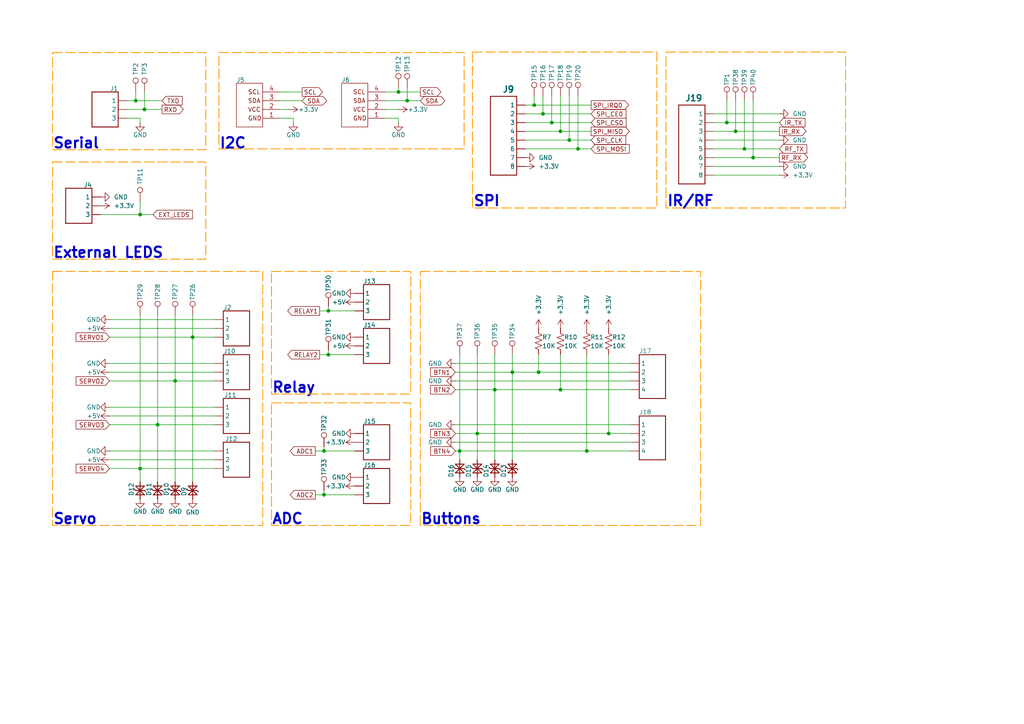
<source format=kicad_sch>
(kicad_sch (version 20250114) (generator "eeschema") (generator_version "9.0")
  (paper "A4")
  (title_block (title "Aquarius Client") (date "<<release-date>>") (rev "<<tag>>") (comment 1 "<<hash>>"))
  (rectangle (start 63.5 15.24) (end 134.62 43.18) (stroke (width 0.254) (type dash) (color 255 153 0 1)))
  (rectangle (start 78.74 116.84) (end 119.126 152.4) (stroke (width 0.254) (type dash) (color 255 153 0 1)))
  (rectangle (start 121.92 78.74) (end 203.2 152.4) (stroke (width 0.254) (type dash) (color 255 153 0 1)))
  (rectangle (start 15.24 46.99) (end 59.69 75.184) (stroke (width 0.254) (type dash) (color 255 153 0 1)))
  (rectangle (start 78.74 78.74) (end 119.126 114.3) (stroke (width 0.254) (type dash) (color 255 153 0 1)))
  (rectangle (start 193.167 15.113) (end 245.237 60.325) (stroke (width 0.254) (type dash) (color 255 153 0 1)))
  (rectangle (start 137.033 15.113) (end 190.5 60.325) (stroke (width 0.254) (type dash) (color 255 153 0 1)))
  (rectangle (start 15.24 15.24) (end 59.69 43.434) (stroke (width 0.254) (type dash) (color 255 153 0 1)))
  (rectangle (start 15.24 78.74) (end 76.2 152.4) (stroke (width 0.254) (type dash) (color 255 153 0 1)))
  (text "ADC" (at 78.74 152.4 0) (effects (font (size 3 3) (thickness 0.6) (bold yes)) (justify left bottom)))
  (text "Serial" (at 15.24 43.434 0) (effects (font (size 3 3) (thickness 0.6) (bold yes)) (justify left bottom)))
  (text "External LEDS" (exclude_from_sim yes) (at 15.24 75.184 0) (effects (font (size 3 3) (thickness 0.6) (bold yes)) (justify left bottom)))
  (text "Buttons\n" (at 121.92 152.4 0) (effects (font (size 3 3) (thickness 0.6) (bold yes)) (justify left bottom)))
  (text "Servo" (at 15.24 152.4 0) (effects (font (size 3 3) (thickness 0.6) (bold yes)) (justify left bottom)))
  (text "IR/RF" (exclude_from_sim yes) (at 193.294 60.198 0) (effects (font (size 3 3) (thickness 0.6) (bold yes)) (justify left bottom)))
  (text "Relay" (at 78.74 114.3 0) (effects (font (size 3 3) (thickness 0.6) (bold yes)) (justify left bottom)))
  (text "I2C\n" (at 63.5 43.434 0) (effects (font (size 3 3) (thickness 0.6) (bold yes)) (justify left bottom)))
  (text "SPI" (exclude_from_sim yes) (at 137.16 60.198 0) (effects (font (size 3 3) (thickness 0.6) (bold yes)) (justify left bottom)))
  (junction (at 210.82 35.56))
  (junction (at 148.59 107.95))
  (junction (at 156.21 107.95))
  (junction (at 165.1 40.64))
  (junction (at 55.88 97.79))
  (junction (at 154.94 30.48))
  (junction (at 218.44 45.72))
  (junction (at 41.91 31.75))
  (junction (at 118.11 29.21))
  (junction (at 93.98 130.81))
  (junction (at 160.02 35.56))
  (junction (at 50.8 110.49))
  (junction (at 45.72 123.19))
  (junction (at 157.48 33.02))
  (junction (at 213.36 38.1))
  (junction (at 162.56 113.03))
  (junction (at 167.64 43.18))
  (junction (at 215.9 43.18))
  (junction (at 133.35 130.81))
  (junction (at 95.25 90.17))
  (junction (at 40.64 62.23))
  (junction (at 143.51 113.03))
  (junction (at 115.57 26.67))
  (junction (at 162.56 38.1))
  (junction (at 39.37 29.21))
  (junction (at 95.25 102.87))
  (junction (at 138.43 125.73))
  (junction (at 176.53 125.73))
  (junction (at 93.98 143.51))
  (junction (at 40.64 135.89))
  (junction (at 170.18 130.81))
  (wire (pts (xy 148.59 107.95) (xy 148.59 133.35)))
  (wire (pts (xy 133.35 130.81) (xy 170.18 130.81)))
  (wire (pts (xy 182.88 105.41) (xy 132.08 105.41)))
  (wire (pts (xy 40.64 91.44) (xy 40.64 135.89)))
  (wire (pts (xy 50.8 110.49) (xy 62.23 110.49)))
  (wire (pts (xy 31.75 97.79) (xy 55.88 97.79)))
  (wire (pts (xy 95.25 101.6) (xy 95.25 102.87)))
  (wire (pts (xy 95.25 90.17) (xy 102.87 90.17)))
  (wire (pts (xy 148.59 107.95) (xy 156.21 107.95)))
  (wire (pts (xy 132.08 125.73) (xy 138.43 125.73)))
  (wire (pts (xy 111.76 29.21) (xy 118.11 29.21)))
  (wire (pts (xy 154.94 30.48) (xy 171.45 30.48)))
  (wire (pts (xy 40.64 35.56) (xy 40.64 34.29)))
  (wire (pts (xy 111.76 34.29) (xy 115.57 34.29)))
  (wire (pts (xy 41.91 31.75) (xy 46.99 31.75)))
  (wire (pts (xy 152.4 40.64) (xy 165.1 40.64)))
  (wire (pts (xy 36.83 29.21) (xy 39.37 29.21)))
  (wire (pts (xy 62.23 92.71) (xy 31.75 92.71)))
  (wire (pts (xy 182.88 110.49) (xy 132.08 110.49)))
  (wire (pts (xy 138.43 102.87) (xy 138.43 125.73)))
  (wire (pts (xy 31.75 123.19) (xy 45.72 123.19)))
  (wire (pts (xy 115.57 25.4) (xy 115.57 26.67)))
  (wire (pts (xy 160.02 27.94) (xy 160.02 35.56)))
  (wire (pts (xy 93.98 129.54) (xy 93.98 130.81)))
  (wire (pts (xy 160.02 35.56) (xy 171.45 35.56)))
  (wire (pts (xy 133.35 102.87) (xy 133.35 130.81)))
  (wire (pts (xy 170.18 130.81) (xy 182.88 130.81)))
  (wire (pts (xy 152.4 35.56) (xy 160.02 35.56)))
  (wire (pts (xy 62.23 105.41) (xy 31.75 105.41)))
  (wire (pts (xy 93.98 142.24) (xy 93.98 143.51)))
  (wire (pts (xy 92.71 90.17) (xy 95.25 90.17)))
  (wire (pts (xy 138.43 125.73) (xy 176.53 125.73)))
  (wire (pts (xy 210.82 29.21) (xy 210.82 35.56)))
  (wire (pts (xy 148.59 102.87) (xy 148.59 107.95)))
  (wire (pts (xy 111.76 31.75) (xy 115.57 31.75)))
  (wire (pts (xy 132.08 113.03) (xy 143.51 113.03)))
  (wire (pts (xy 62.23 107.95) (xy 31.75 107.95)))
  (wire (pts (xy 207.01 35.56) (xy 210.82 35.56)))
  (wire (pts (xy 162.56 102.87) (xy 162.56 113.03)))
  (wire (pts (xy 91.44 143.51) (xy 93.98 143.51)))
  (wire (pts (xy 213.36 38.1) (xy 226.06 38.1)))
  (wire (pts (xy 152.4 38.1) (xy 162.56 38.1)))
  (wire (pts (xy 92.71 102.87) (xy 95.25 102.87)))
  (wire (pts (xy 156.21 102.87) (xy 156.21 107.95)))
  (wire (pts (xy 115.57 34.29) (xy 115.57 35.56)))
  (wire (pts (xy 29.21 62.23) (xy 40.64 62.23)))
  (wire (pts (xy 132.08 107.95) (xy 148.59 107.95)))
  (wire (pts (xy 91.44 130.81) (xy 93.98 130.81)))
  (wire (pts (xy 170.18 102.87) (xy 170.18 130.81)))
  (wire (pts (xy 152.4 33.02) (xy 157.48 33.02)))
  (wire (pts (xy 182.88 123.19) (xy 132.08 123.19)))
  (wire (pts (xy 85.09 34.29) (xy 85.09 35.56)))
  (wire (pts (xy 39.37 29.21) (xy 46.99 29.21)))
  (wire (pts (xy 132.08 130.81) (xy 133.35 130.81)))
  (wire (pts (xy 40.64 135.89) (xy 40.64 139.7)))
  (wire (pts (xy 207.01 38.1) (xy 213.36 38.1)))
  (wire (pts (xy 215.9 43.18) (xy 226.06 43.18)))
  (wire (pts (xy 154.94 27.94) (xy 154.94 30.48)))
  (wire (pts (xy 207.01 50.8) (xy 226.06 50.8)))
  (wire (pts (xy 133.35 130.81) (xy 133.35 133.35)))
  (wire (pts (xy 167.64 27.94) (xy 167.64 43.18)))
  (wire (pts (xy 62.23 120.65) (xy 31.75 120.65)))
  (wire (pts (xy 45.72 123.19) (xy 62.23 123.19)))
  (wire (pts (xy 213.36 29.21) (xy 213.36 38.1)))
  (wire (pts (xy 118.11 25.4) (xy 118.11 29.21)))
  (wire (pts (xy 81.28 34.29) (xy 85.09 34.29)))
  (wire (pts (xy 50.8 110.49) (xy 50.8 139.7)))
  (wire (pts (xy 218.44 45.72) (xy 226.06 45.72)))
  (wire (pts (xy 40.64 135.89) (xy 62.23 135.89)))
  (wire (pts (xy 207.01 43.18) (xy 215.9 43.18)))
  (wire (pts (xy 40.64 34.29) (xy 36.83 34.29)))
  (wire (pts (xy 31.75 110.49) (xy 50.8 110.49)))
  (wire (pts (xy 176.53 125.73) (xy 182.88 125.73)))
  (wire (pts (xy 165.1 40.64) (xy 171.45 40.64)))
  (wire (pts (xy 207.01 45.72) (xy 218.44 45.72)))
  (wire (pts (xy 95.25 102.87) (xy 102.87 102.87)))
  (wire (pts (xy 81.28 26.67) (xy 87.63 26.67)))
  (wire (pts (xy 95.25 88.9) (xy 95.25 90.17)))
  (wire (pts (xy 143.51 113.03) (xy 162.56 113.03)))
  (wire (pts (xy 152.4 43.18) (xy 167.64 43.18)))
  (wire (pts (xy 41.91 26.67) (xy 41.91 31.75)))
  (wire (pts (xy 55.88 97.79) (xy 62.23 97.79)))
  (wire (pts (xy 81.28 29.21) (xy 87.63 29.21)))
  (wire (pts (xy 182.88 128.27) (xy 132.08 128.27)))
  (wire (pts (xy 62.23 118.11) (xy 31.75 118.11)))
  (wire (pts (xy 36.83 31.75) (xy 41.91 31.75)))
  (wire (pts (xy 218.44 29.21) (xy 218.44 45.72)))
  (wire (pts (xy 162.56 113.03) (xy 182.88 113.03)))
  (wire (pts (xy 152.4 30.48) (xy 154.94 30.48)))
  (wire (pts (xy 45.72 123.19) (xy 45.72 139.7)))
  (wire (pts (xy 143.51 102.87) (xy 143.51 113.03)))
  (wire (pts (xy 81.28 31.75) (xy 83.82 31.75)))
  (wire (pts (xy 62.23 133.35) (xy 31.75 133.35)))
  (wire (pts (xy 111.76 26.67) (xy 115.57 26.67)))
  (wire (pts (xy 55.88 97.79) (xy 55.88 139.7)))
  (wire (pts (xy 118.11 29.21) (xy 121.92 29.21)))
  (wire (pts (xy 31.75 135.89) (xy 40.64 135.89)))
  (wire (pts (xy 207.01 40.64) (xy 226.06 40.64)))
  (wire (pts (xy 45.72 91.44) (xy 45.72 123.19)))
  (wire (pts (xy 93.98 143.51) (xy 102.87 143.51)))
  (wire (pts (xy 39.37 26.67) (xy 39.37 29.21)))
  (wire (pts (xy 50.8 91.44) (xy 50.8 110.49)))
  (wire (pts (xy 215.9 29.21) (xy 215.9 43.18)))
  (wire (pts (xy 207.01 48.26) (xy 226.06 48.26)))
  (wire (pts (xy 176.53 102.87) (xy 176.53 125.73)))
  (wire (pts (xy 157.48 33.02) (xy 171.45 33.02)))
  (wire (pts (xy 210.82 35.56) (xy 226.06 35.56)))
  (wire (pts (xy 162.56 38.1) (xy 171.45 38.1)))
  (wire (pts (xy 93.98 130.81) (xy 102.87 130.81)))
  (wire (pts (xy 207.01 33.02) (xy 226.06 33.02)))
  (wire (pts (xy 156.21 107.95) (xy 182.88 107.95)))
  (wire (pts (xy 165.1 27.94) (xy 165.1 40.64)))
  (wire (pts (xy 40.64 58.42) (xy 40.64 62.23)))
  (wire (pts (xy 138.43 125.73) (xy 138.43 133.35)))
  (wire (pts (xy 62.23 130.81) (xy 31.75 130.81)))
  (wire (pts (xy 162.56 27.94) (xy 162.56 38.1)))
  (wire (pts (xy 143.51 113.03) (xy 143.51 133.35)))
  (wire (pts (xy 115.57 26.67) (xy 121.92 26.67)))
  (wire (pts (xy 167.64 43.18) (xy 171.45 43.18)))
  (wire (pts (xy 55.88 91.44) (xy 55.88 97.79)))
  (wire (pts (xy 157.48 27.94) (xy 157.48 33.02)))
  (wire (pts (xy 40.64 62.23) (xy 44.45 62.23)))
  (wire (pts (xy 62.23 95.25) (xy 31.75 95.25)))
  (global_label "SCL" (shape output) (at 87.63 26.67 0) (property "Intersheetrefs" "${INTERSHEET_REFS}" (at 94.1228 26.67 0) (effects (justify left))))
  (global_label "SDA" (shape bidirectional) (at 87.63 29.21 0) (property "Intersheetrefs" "${INTERSHEET_REFS}" (at 93.218 29.21 0) (effects (justify left))))
  (global_label "RXD" (shape output) (at 46.99 31.75 0) (property "Intersheetrefs" "${INTERSHEET_REFS}" (at 53.7247 31.75 0) (effects (justify left))))
  (global_label "EXT_LEDS" (shape input) (at 44.45 62.23 0) (property "Intersheetrefs" "${INTERSHEET_REFS}" (at 54.864 62.23 0) (effects (justify left))))
  (global_label "ADC2" (shape output) (at 91.44 143.51 180) (property "Intersheetrefs" "${INTERSHEET_REFS}" (at 83.6167 143.51 0) (effects (justify right))))
  (global_label "ADC1" (shape output) (at 91.44 130.81 180) (property "Intersheetrefs" "${INTERSHEET_REFS}" (at 83.6167 130.81 0) (effects (justify right))))
  (global_label "SPI_CE0" (shape input) (at 171.45 33.02 0) (property "Intersheetrefs" "${INTERSHEET_REFS}" (at 182.1156 33.02 0) (effects (justify left))))
  (global_label "SPI_MISO" (shape output) (at 171.45 38.1 0) (property "Intersheetrefs" "${INTERSHEET_REFS}" (at 183.0833 38.1 0) (effects (justify left))))
  (global_label "IR_RX" (shape output) (at 226.06 38.1 0) (property "Intersheetrefs" "${INTERSHEET_REFS}" (at 234.95 38.1 0) (effects (justify left))))
  (global_label "SERVO3" (shape input) (at 31.75 123.19 180) (property "Intersheetrefs" "${INTERSHEET_REFS}" (at 21.5077 123.19 0) (effects (justify right))))
  (global_label "SPI_CS0" (shape input) (at 171.45 35.56 0) (property "Intersheetrefs" "${INTERSHEET_REFS}" (at 182.1761 35.56 0) (effects (justify left))))
  (global_label "BTN2" (shape input) (at 132.08 113.03 180) (property "Intersheetrefs" "${INTERSHEET_REFS}" (at 125.984 113.03 0) (effects (justify right))))
  (global_label "TXD" (shape input) (at 46.99 29.21 0) (property "Intersheetrefs" "${INTERSHEET_REFS}" (at 53.4223 29.21 0) (effects (justify left))))
  (global_label "RELAY1" (shape output) (at 92.71 90.17 180) (property "Intersheetrefs" "${INTERSHEET_REFS}" (at 82.891 90.17 0) (effects (justify right))))
  (global_label "SPI_IRQ0" (shape output) (at 171.45 30.48 0) (property "Intersheetrefs" "${INTERSHEET_REFS}" (at 182.9019 30.48 0) (effects (justify left))))
  (global_label "IR_TX" (shape input) (at 226.06 35.56 0) (property "Intersheetrefs" "${INTERSHEET_REFS}" (at 234.0647 35.56 0) (effects (justify left))))
  (global_label "RELAY2" (shape output) (at 92.71 102.87 180) (property "Intersheetrefs" "${INTERSHEET_REFS}" (at 82.891 102.87 0) (effects (justify right))))
  (global_label "SERVO1" (shape input) (at 31.75 97.79 180) (property "Intersheetrefs" "${INTERSHEET_REFS}" (at 21.5077 97.79 0) (effects (justify right))))
  (global_label "SCL" (shape output) (at 121.92 26.67 0) (property "Intersheetrefs" "${INTERSHEET_REFS}" (at 128.4128 26.67 0) (effects (justify left))))
  (global_label "SERVO4" (shape input) (at 31.75 135.89 180) (property "Intersheetrefs" "${INTERSHEET_REFS}" (at 21.5077 135.89 0) (effects (justify right))))
  (global_label "SPI_CLK" (shape input) (at 171.45 40.64 0) (property "Intersheetrefs" "${INTERSHEET_REFS}" (at 182.0552 40.64 0) (effects (justify left))))
  (global_label "RF_TX" (shape input) (at 226.06 43.18 0) (property "Intersheetrefs" "${INTERSHEET_REFS}" (at 233.934 43.18 0) (effects (justify left))))
  (global_label "SERVO2" (shape input) (at 31.75 110.49 180) (property "Intersheetrefs" "${INTERSHEET_REFS}" (at 21.5077 110.49 0) (effects (justify right))))
  (global_label "SDA" (shape bidirectional) (at 121.92 29.21 0) (property "Intersheetrefs" "${INTERSHEET_REFS}" (at 127.508 29.21 0) (effects (justify left))))
  (global_label "BTN4" (shape input) (at 132.08 130.81 180) (property "Intersheetrefs" "${INTERSHEET_REFS}" (at 125.984 130.81 0) (effects (justify right))))
  (global_label "BTN1" (shape input) (at 132.08 107.95 180) (property "Intersheetrefs" "${INTERSHEET_REFS}" (at 125.984 107.95 0) (effects (justify right))))
  (global_label "SPI_MOSI" (shape input) (at 171.45 43.18 0) (property "Intersheetrefs" "${INTERSHEET_REFS}" (at 182.118 43.18 0) (effects (justify left))))
  (global_label "RF_RX" (shape output) (at 226.06 45.72 0) (property "Intersheetrefs" "${INTERSHEET_REFS}" (at 234.8509 45.72 0) (effects (justify left))))
  (global_label "BTN3" (shape input) (at 132.08 125.73 180) (property "Intersheetrefs" "${INTERSHEET_REFS}" (at 125.984 125.73 0) (effects (justify right))))
  (symbol (lib_id "Connector:TestPoint") (at 50.8 91.44 0) (unit 1) (in_bom no)
    (property "Reference" "TP27" (at 50.8 87.122 90) (effects (justify left)))
    (property "Footprint" "CRGM Mechanical:TestPoint_Pad_D1.0mm" (effects (hide yes)))
    (property "Description" "test point" (effects (hide yes)))
  )
  (symbol (lib_id "Connector:TestPoint") (at 93.98 142.24 0) (unit 1) (in_bom no)
    (property "Reference" "TP33" (at 93.98 137.922 90) (effects (justify left)))
    (property "Footprint" "CRGM Mechanical:TestPoint_Pad_D1.0mm" (effects (hide yes)))
    (property "Description" "test point" (effects (hide yes)))
  )
  (symbol (lib_id "Connector:TestPoint") (at 55.88 91.44 0) (unit 1) (in_bom no)
    (property "Reference" "TP26" (at 55.88 87.122 90) (effects (justify left)))
    (property "Footprint" "CRGM Mechanical:TestPoint_Pad_D1.0mm" (effects (hide yes)))
    (property "Description" "test point" (effects (hide yes)))
  )
  (symbol (lib_id "power:GND") (at 102.87 138.43 270) (unit 1)
    (property "Reference" "#PWR093" (effects (hide yes)))
    (property "Value" "GND" (at 100.33 138.43 90) (effects (justify right)))
    (property "Description" "Power symbol creates a global label with name \"GND\" , ground" (effects (hide yes)))
  )
  (symbol (lib_id "Connector:TestPoint") (at 154.94 27.94 0) (unit 1) (in_bom no)
    (property "Reference" "TP15" (at 154.94 23.622 90) (effects (justify left)))
    (property "Footprint" "CRGM Mechanical:TestPoint_Pad_D1.0mm" (effects (hide yes)))
    (property "Description" "test point" (effects (hide yes)))
  )
  (symbol (lib_id "Connector:TestPoint") (at 143.51 102.87 0) (unit 1) (in_bom no)
    (property "Reference" "TP35" (at 143.51 98.552 90) (effects (justify left)))
    (property "Footprint" "CRGM Mechanical:TestPoint_Pad_D1.0mm" (effects (hide yes)))
    (property "Description" "test point" (effects (hide yes)))
  )
  (symbol (lib_id "power:GND") (at 31.75 105.41 270) (unit 1)
    (property "Reference" "#PWR081" (effects (hide yes)))
    (property "Value" "GND" (at 29.21 105.41 90) (effects (justify right)))
    (property "Description" "Power symbol creates a global label with name \"GND\" , ground" (effects (hide yes)))
  )
  (symbol (lib_id "power:GND") (at 115.57 35.56 0) (unit 1)
    (property "Reference" "#PWR049" (effects (hide yes)))
    (property "Value" "GND" (at 115.57 39.116 0))
    (property "Description" "Power symbol creates a global label with name \"GND\" , ground" (effects (hide yes)))
  )
  (symbol (lib_id "CRGM Connector:JST-SH-8") (at 204.47 30.48 0) (mirror y) (unit 1)
    (property "Reference" "J19" (at 203.962 28.448 0) (effects (font (size 1.778 1.778) (thickness 0.3556) (bold yes)) (justify left)))
    (property "Footprint" "CRGM Connector:JST_SH_BM08B-SRSS-TB_1x08-1MP_P1.00mm_Vertical" (effects (hide yes)))
    (property "Datasheet" "https://www.jst-mfg.com/product/pdf/eng/eSH.pdf" (effects (hide yes)))
    (property "Description" "8 position, 1mm connector" (effects (hide yes)))
    (property "MN" "JST" (effects (hide yes)))
    (property "MPN" "BM08B-SRSS-TB(LF)(SN)" (effects (hide yes)))
    (property "LCSC" "C2845376" (effects (hide yes)))
    (property "Mouser" "306-BM08BSRSSTBLFSN" (effects (hide yes)))
    (property "Digikey" "455-BM08B-SRSS-TBTR-ND" (effects (hide yes)))
  )
  (symbol (lib_id "Connector:TestPoint") (at 118.11 25.4 0) (unit 1) (in_bom no)
    (property "Reference" "TP13" (at 118.11 21.082 90) (effects (justify left)))
    (property "Footprint" "CRGM Mechanical:TestPoint_Pad_D1.0mm" (effects (hide yes)))
    (property "Description" "test point" (effects (hide yes)))
  )
  (symbol (lib_id "CRGM Connector:JST-SH-3") (at 105.41 138.43 0) (unit 1)
    (property "Reference" "J16" (at 105.41 135.636 0) (effects (font (thickness 0.1588)) (justify left bottom)))
    (property "Footprint" "CRGM Connector:JST_SH_BM03B-SRSS-TB_1x03-1MP_P1.00mm_Vertical" (effects (hide yes)))
    (property "Datasheet" "https://www.jst-mfg.com/product/pdf/eng/eSH.pdf" (effects (hide yes)))
    (property "Description" "JST SH 1.0mm 3 Position" (effects (hide yes)))
    (property "LCSC" "C2919601" (effects (hide yes)))
    (property "MN" "JST" (effects (hide yes)))
    (property "MPN" "BM04B-SRSS-TB" (effects (hide yes)))
    (property "Mouser" "306-BM04BSRSSTBTLFSN" (effects (hide yes)))
    (property "Digikey" "455-BM04B-SRSS-TBTR-ND" (effects (hide yes)))
  )
  (symbol (lib_id "CRGM Passive:PESD5V0S1BB") (at 148.59 135.89 90) (unit 1)
    (property "Reference" "D13" (at 146.05 134.62 0) (effects (font (thickness 0.1588)) (justify right)))
    (property "Value" "PESD5V0S1BB" (effects (hide yes)))
    (property "Footprint" "CRGM Passive:D_SOD-523" (effects (hide yes)))
    (property "Datasheet" "https://assets.nexperia.com/documents/data-sheet/PESD5V0S1BB.pdf" (effects (hide yes)))
    (property "Description" "5A 15V 6V Bidirectional 5V SOD-523 ESD and Surge Protection" (effects (hide yes)))
    (property "LCSC" "C314264" (effects (hide yes)))
    (property "Mouser" "771-PESD5V0S1BB-T/R" (effects (hide yes)))
    (property "Digikey" "1727-3838-2-ND" (effects (hide yes)))
    (property "MN" "Nexperia" (effects (hide yes)))
    (property "MPN" "PESD5V0S1BB,115" (effects (hide yes)))
  )
  (symbol (lib_id "Device:R_US") (at 176.53 99.06 0) (unit 1)
    (property "Reference" "R12" (at 177.546 97.79 0) (effects (justify left)))
    (property "Value" "10K" (at 177.546 100.33 0) (effects (justify left)))
    (property "Footprint" "CRGM Passive:R_0603_1608Metric" (effects (hide yes)))
    (property "Description" "Thick Film Resistors - SMD 1/10Watt 10Kohms 5%" (effects (hide yes)))
    (property "LCSC" "C2930027" (effects (hide yes)))
    (property "MN" "FOJAN" (effects (hide yes)))
    (property "MPN" "FRC0603J103TS" (effects (hide yes)))
    (property "Digikey" "CR0603-JW-103ELFTR-ND" (effects (hide yes)))
    (property "Mouser" "652-CR0603-JW-103ELF" (effects (hide yes)))
  )
  (symbol (lib_id "power:+5V") (at 102.87 100.33 90) (unit 1)
    (property "Reference" "#PWR090" (effects (hide yes)))
    (property "Value" "+5V" (at 100.33 100.33 90) (effects (justify left)))
    (property "Description" "Power symbol creates a global label with name \"+5V\"" (effects (hide yes)))
  )
  (symbol (lib_id "power:GND") (at 138.43 138.43 0) (unit 1)
    (property "Reference" "#PWR0120" (effects (hide yes)))
    (property "Value" "GND" (at 138.43 141.986 0))
    (property "Description" "Power symbol creates a global label with name \"GND\" , ground" (effects (hide yes)))
  )
  (symbol (lib_id "power:+5V") (at 31.75 133.35 90) (unit 1)
    (property "Reference" "#PWR086" (effects (hide yes)))
    (property "Value" "+5V" (at 29.21 133.35 90) (effects (justify left)))
    (property "Description" "Power symbol creates a global label with name \"+5V\"" (effects (hide yes)))
  )
  (symbol (lib_id "power:GND") (at 85.09 35.56 0) (unit 1)
    (property "Reference" "#PWR045" (effects (hide yes)))
    (property "Value" "GND" (at 85.09 39.116 0))
    (property "Description" "Power symbol creates a global label with name \"GND\" , ground" (effects (hide yes)))
  )
  (symbol (lib_id "Connector:TestPoint") (at 165.1 27.94 0) (unit 1) (in_bom no)
    (property "Reference" "TP19" (at 165.1 23.622 90) (effects (justify left)))
    (property "Footprint" "CRGM Mechanical:TestPoint_Pad_D1.0mm" (effects (hide yes)))
    (property "Description" "test point" (effects (hide yes)))
  )
  (symbol (lib_id "power:+3.3V") (at 162.56 95.25 0) (unit 1)
    (property "Reference" "#PWR0123" (effects (hide yes)))
    (property "Value" "+3.3V" (at 162.5601 91.44 90) (effects (justify left)))
    (property "Description" "Power symbol creates a global label with name \"+3.3V\"" (effects (hide yes)))
  )
  (symbol (lib_id "power:GND") (at 133.35 138.43 0) (unit 1)
    (property "Reference" "#PWR0121" (effects (hide yes)))
    (property "Value" "GND" (at 133.35 141.986 0))
    (property "Description" "Power symbol creates a global label with name \"GND\" , ground" (effects (hide yes)))
  )
  (symbol (lib_id "power:GND") (at 29.21 57.15 90) (unit 1)
    (property "Reference" "#PWR029" (effects (hide yes)))
    (property "Value" "GND" (at 33.02 57.1499 90) (effects (justify right)))
    (property "Description" "Power symbol creates a global label with name \"GND\" , ground" (effects (hide yes)))
  )
  (symbol (lib_id "power:+3.3V") (at 83.82 31.75 270) (unit 1)
    (property "Reference" "#PWR041" (effects (hide yes)))
    (property "Value" "+3.3V" (at 89.408 31.75 90))
    (property "Description" "Power symbol creates a global label with name \"+3.3V\"" (effects (hide yes)))
  )
  (symbol (lib_id "power:GND") (at 102.87 125.73 270) (unit 1)
    (property "Reference" "#PWR091" (effects (hide yes)))
    (property "Value" "GND" (at 100.33 125.73 90) (effects (justify right)))
    (property "Description" "Power symbol creates a global label with name \"GND\" , ground" (effects (hide yes)))
  )
  (symbol (lib_id "CRGM Connector:JST-SH-3") (at 64.77 130.81 0) (unit 1)
    (property "Reference" "J12" (at 65.278 128.016 0) (effects (font (thickness 0.1588)) (justify left bottom)))
    (property "Footprint" "CRGM Connector:JST_SH_BM03B-SRSS-TB_1x03-1MP_P1.00mm_Vertical" (effects (hide yes)))
    (property "Datasheet" "https://www.jst-mfg.com/product/pdf/eng/eSH.pdf" (effects (hide yes)))
    (property "Description" "JST SH 1.0mm 3 Position" (effects (hide yes)))
    (property "LCSC" "C2919601" (effects (hide yes)))
    (property "MN" "JST" (effects (hide yes)))
    (property "MPN" "BM04B-SRSS-TB" (effects (hide yes)))
    (property "Mouser" "306-BM04BSRSSTBTLFSN" (effects (hide yes)))
    (property "Digikey" "455-BM04B-SRSS-TBTR-ND" (effects (hide yes)))
  )
  (symbol (lib_id "power:GND") (at 102.87 85.09 270) (unit 1)
    (property "Reference" "#PWR087" (effects (hide yes)))
    (property "Value" "GND" (at 100.33 85.09 90) (effects (justify right)))
    (property "Description" "Power symbol creates a global label with name \"GND\" , ground" (effects (hide yes)))
  )
  (symbol (lib_id "power:GND") (at 55.88 144.78 0) (unit 1)
    (property "Reference" "#PWR027" (effects (hide yes)))
    (property "Value" "GND" (at 55.88 148.59 0))
    (property "Description" "Power symbol creates a global label with name \"GND\" , ground" (effects (hide yes)))
  )
  (symbol (lib_id "power:GND") (at 40.64 144.78 0) (unit 1)
    (property "Reference" "#PWR078" (effects (hide yes)))
    (property "Value" "GND" (at 40.64 148.336 0))
    (property "Description" "Power symbol creates a global label with name \"GND\" , ground" (effects (hide yes)))
  )
  (symbol (lib_id "Device:R_US") (at 170.18 99.06 0) (unit 1)
    (property "Reference" "R11" (at 171.196 97.79 0) (effects (justify left)))
    (property "Value" "10K" (at 171.196 100.33 0) (effects (justify left)))
    (property "Footprint" "CRGM Passive:R_0603_1608Metric" (effects (hide yes)))
    (property "Description" "Thick Film Resistors - SMD 1/10Watt 10Kohms 5%" (effects (hide yes)))
    (property "LCSC" "C2930027" (effects (hide yes)))
    (property "MN" "FOJAN" (effects (hide yes)))
    (property "MPN" "FRC0603J103TS" (effects (hide yes)))
    (property "Digikey" "CR0603-JW-103ELFTR-ND" (effects (hide yes)))
    (property "Mouser" "652-CR0603-JW-103ELF" (effects (hide yes)))
  )
  (symbol (lib_id "CRGM Connector:JST-SH-3") (at 64.77 118.11 0) (unit 1)
    (property "Reference" "J11" (at 65.024 115.316 0) (effects (font (thickness 0.1588)) (justify left bottom)))
    (property "Footprint" "CRGM Connector:JST_SH_BM03B-SRSS-TB_1x03-1MP_P1.00mm_Vertical" (effects (hide yes)))
    (property "Datasheet" "https://www.jst-mfg.com/product/pdf/eng/eSH.pdf" (effects (hide yes)))
    (property "Description" "JST SH 1.0mm 3 Position" (effects (hide yes)))
    (property "LCSC" "C2919601" (effects (hide yes)))
    (property "MN" "JST" (effects (hide yes)))
    (property "MPN" "BM04B-SRSS-TB" (effects (hide yes)))
    (property "Mouser" "306-BM04BSRSSTBTLFSN" (effects (hide yes)))
    (property "Digikey" "455-BM04B-SRSS-TBTR-ND" (effects (hide yes)))
  )
  (symbol (lib_id "power:+3.3V") (at 176.53 95.25 0) (unit 1)
    (property "Reference" "#PWR0125" (effects (hide yes)))
    (property "Value" "+3.3V" (at 176.5301 91.44 90) (effects (justify left)))
    (property "Description" "Power symbol creates a global label with name \"+3.3V\"" (effects (hide yes)))
  )
  (symbol (lib_id "power:+5V") (at 102.87 87.63 90) (unit 1)
    (property "Reference" "#PWR088" (effects (hide yes)))
    (property "Value" "+5V" (at 100.33 87.63 90) (effects (justify left)))
    (property "Description" "Power symbol creates a global label with name \"+5V\"" (effects (hide yes)))
  )
  (symbol (lib_id "power:GND") (at 40.64 35.56 0) (unit 1)
    (property "Reference" "#PWR028" (effects (hide yes)))
    (property "Value" "GND" (at 40.64 39.116 0))
    (property "Description" "Power symbol creates a global label with name \"GND\" , ground" (effects (hide yes)))
  )
  (symbol (lib_id "Connector:TestPoint") (at 167.64 27.94 0) (unit 1) (in_bom no)
    (property "Reference" "TP20" (at 167.64 23.622 90) (effects (justify left)))
    (property "Footprint" "CRGM Mechanical:TestPoint_Pad_D1.0mm" (effects (hide yes)))
    (property "Description" "test point" (effects (hide yes)))
  )
  (symbol (lib_id "power:GND") (at 50.8 144.78 0) (unit 1)
    (property "Reference" "#PWR052" (effects (hide yes)))
    (property "Value" "GND" (at 50.8 148.336 0))
    (property "Description" "Power symbol creates a global label with name \"GND\" , ground" (effects (hide yes)))
  )
  (symbol (lib_id "Connector:TestPoint") (at 210.82 29.21 0) (unit 1) (in_bom no)
    (property "Reference" "TP1" (at 210.82 24.892 90) (effects (justify left)))
    (property "Footprint" "CRGM Mechanical:TestPoint_Pad_D1.0mm" (effects (hide yes)))
    (property "Description" "test point" (effects (hide yes)))
  )
  (symbol (lib_id "CRGM Connector:JST-SH-3") (at 26.67 57.15 0) (mirror y) (unit 1)
    (property "Reference" "J4" (at 26.67 54.356 0) (effects (font (thickness 0.1588)) (justify left bottom)))
    (property "Footprint" "CRGM Connector:JST_SH_BM03B-SRSS-TB_1x03-1MP_P1.00mm_Vertical" (effects (hide yes)))
    (property "Datasheet" "https://www.jst-mfg.com/product/pdf/eng/eSH.pdf" (effects (hide yes)))
    (property "Description" "JST SH 1.0mm 3 Position" (effects (hide yes)))
    (property "LCSC" "C2919601" (effects (hide yes)))
    (property "MN" "JST" (effects (hide yes)))
    (property "MPN" "BM04B-SRSS-TB" (effects (hide yes)))
    (property "Mouser" "306-BM04BSRSSTBTLFSN" (effects (hide yes)))
    (property "Digikey" "455-BM04B-SRSS-TBTR-ND" (effects (hide yes)))
  )
  (symbol (lib_id "CRGM Connector:JST-SH-3") (at 64.77 92.71 0) (unit 1)
    (property "Reference" "J2" (at 64.77 89.916 0) (effects (font (thickness 0.1588)) (justify left bottom)))
    (property "Footprint" "CRGM Connector:JST_SH_BM03B-SRSS-TB_1x03-1MP_P1.00mm_Vertical" (effects (hide yes)))
    (property "Datasheet" "https://www.jst-mfg.com/product/pdf/eng/eSH.pdf" (effects (hide yes)))
    (property "Description" "JST SH 1.0mm 3 Position" (effects (hide yes)))
    (property "LCSC" "C2919601" (effects (hide yes)))
    (property "MN" "JST" (effects (hide yes)))
    (property "MPN" "BM04B-SRSS-TB" (effects (hide yes)))
    (property "Mouser" "306-BM04BSRSSTBTLFSN" (effects (hide yes)))
    (property "Digikey" "455-BM04B-SRSS-TBTR-ND" (effects (hide yes)))
  )
  (symbol (lib_id "power:+5V") (at 31.75 95.25 90) (unit 1)
    (property "Reference" "#PWR080" (effects (hide yes)))
    (property "Value" "+5V" (at 29.21 95.25 90) (effects (justify left)))
    (property "Description" "Power symbol creates a global label with name \"+5V\"" (effects (hide yes)))
  )
  (symbol (lib_id "CRGM Connector:JST-SH-3") (at 64.77 105.41 0) (unit 1)
    (property "Reference" "J10" (at 64.77 102.616 0) (effects (font (thickness 0.1588)) (justify left bottom)))
    (property "Footprint" "CRGM Connector:JST_SH_BM03B-SRSS-TB_1x03-1MP_P1.00mm_Vertical" (effects (hide yes)))
    (property "Datasheet" "https://www.jst-mfg.com/product/pdf/eng/eSH.pdf" (effects (hide yes)))
    (property "Description" "JST SH 1.0mm 3 Position" (effects (hide yes)))
    (property "LCSC" "C2919601" (effects (hide yes)))
    (property "MN" "JST" (effects (hide yes)))
    (property "MPN" "BM04B-SRSS-TB" (effects (hide yes)))
    (property "Mouser" "306-BM04BSRSSTBTLFSN" (effects (hide yes)))
    (property "Digikey" "455-BM04B-SRSS-TBTR-ND" (effects (hide yes)))
  )
  (symbol (lib_id "CRGM Connector:JST-SH-3") (at 105.41 125.73 0) (unit 1)
    (property "Reference" "J15" (at 105.41 122.936 0) (effects (font (thickness 0.1588)) (justify left bottom)))
    (property "Footprint" "CRGM Connector:JST_SH_BM03B-SRSS-TB_1x03-1MP_P1.00mm_Vertical" (effects (hide yes)))
    (property "Datasheet" "https://www.jst-mfg.com/product/pdf/eng/eSH.pdf" (effects (hide yes)))
    (property "Description" "JST SH 1.0mm 3 Position" (effects (hide yes)))
    (property "LCSC" "C2919601" (effects (hide yes)))
    (property "MN" "JST" (effects (hide yes)))
    (property "MPN" "BM04B-SRSS-TB" (effects (hide yes)))
    (property "Mouser" "306-BM04BSRSSTBTLFSN" (effects (hide yes)))
    (property "Digikey" "455-BM04B-SRSS-TBTR-ND" (effects (hide yes)))
  )
  (symbol (lib_id "CRGM Passive:PESD5V0S1BB") (at 138.43 135.89 90) (unit 1)
    (property "Reference" "D15" (at 135.89 134.62 0) (effects (font (thickness 0.1588)) (justify right)))
    (property "Value" "PESD5V0S1BB" (effects (hide yes)))
    (property "Footprint" "CRGM Passive:D_SOD-523" (effects (hide yes)))
    (property "Datasheet" "https://assets.nexperia.com/documents/data-sheet/PESD5V0S1BB.pdf" (effects (hide yes)))
    (property "Description" "5A 15V 6V Bidirectional 5V SOD-523 ESD and Surge Protection" (effects (hide yes)))
    (property "LCSC" "C314264" (effects (hide yes)))
    (property "Mouser" "771-PESD5V0S1BB-T/R" (effects (hide yes)))
    (property "Digikey" "1727-3838-2-ND" (effects (hide yes)))
    (property "MN" "Nexperia" (effects (hide yes)))
    (property "MPN" "PESD5V0S1BB,115" (effects (hide yes)))
  )
  (symbol (lib_id "CRGM Connector:QWIIC") (at 99.06 24.13 0) (unit 1)
    (property "Reference" "J6" (at 99.06 23.876 0) (effects (font (thickness 0.1588)) (justify left bottom)))
    (property "Footprint" "CRGM Connector:JST_SH_BM04B-SRSS-TB_1x04-1MP_P1.00mm_Vertical" (effects (hide yes)))
    (property "Description" "I2C Qwiic Connector 1mm pitch JST" (effects (hide yes)))
    (property "MN" "JST" (effects (hide yes)))
    (property "MPN" "BM04B-SRSS-TBT(LF)(SN)" (effects (hide yes)))
    (property "Mouser" "306-BM04BSRSSTBTLFSN" (effects (hide yes)))
    (property "Digikey" "455-BM04B-SRSS-TBTR-ND" (effects (hide yes)))
    (property "LCSC" "C2919601" (effects (hide yes)))
  )
  (symbol (lib_id "power:GND") (at 132.08 110.49 270) (unit 1)
    (property "Reference" "#PWR0115" (effects (hide yes)))
    (property "Value" "GND" (at 128.27 110.4899 90) (effects (justify right)))
    (property "Description" "Power symbol creates a global label with name \"GND\" , ground" (effects (hide yes)))
  )
  (symbol (lib_id "Connector:TestPoint") (at 41.91 26.67 0) (unit 1) (in_bom no)
    (property "Reference" "TP3" (at 41.91 21.844 90) (effects (justify left)))
    (property "Footprint" "CRGM Mechanical:TestPoint_Pad_D1.0mm" (effects (hide yes)))
    (property "Description" "test point" (effects (hide yes)))
  )
  (symbol (lib_id "CRGM Connector:QWIIC") (at 68.58 24.13 0) (unit 1)
    (property "Reference" "J5" (at 68.58 23.876 0) (effects (font (thickness 0.1588)) (justify left bottom)))
    (property "Footprint" "CRGM Connector:JST_SH_BM04B-SRSS-TB_1x04-1MP_P1.00mm_Vertical" (effects (hide yes)))
    (property "Description" "I2C Qwiic Connector 1mm pitch JST" (effects (hide yes)))
    (property "MN" "JST" (effects (hide yes)))
    (property "MPN" "BM04B-SRSS-TBT(LF)(SN)" (effects (hide yes)))
    (property "Mouser" "306-BM04BSRSSTBTLFSN" (effects (hide yes)))
    (property "Digikey" "455-BM04B-SRSS-TBTR-ND" (effects (hide yes)))
    (property "LCSC" "C2919601" (effects (hide yes)))
  )
  (symbol (lib_id "power:+3.3V") (at 102.87 140.97 90) (unit 1)
    (property "Reference" "#PWR094" (effects (hide yes)))
    (property "Value" "+3.3V" (at 97.282 140.97 90))
    (property "Description" "Power symbol creates a global label with name \"+3.3V\"" (effects (hide yes)))
  )
  (symbol (lib_id "power:+3.3V") (at 226.06 50.8 270) (unit 1)
    (property "Reference" "#PWR0128" (effects (hide yes)))
    (property "Value" "+3.3V" (at 229.87 50.7999 90) (effects (justify left)))
    (property "Description" "Power symbol creates a global label with name \"+3.3V\"" (effects (hide yes)))
  )
  (symbol (lib_id "CRGM Passive:PESD5V0S1BB") (at 55.88 142.24 90) (unit 1)
    (property "Reference" "D9" (at 53.34 141.224 0) (effects (font (thickness 0.1588)) (justify right)))
    (property "Value" "PESD5V0S1BB" (effects (hide yes)))
    (property "Footprint" "CRGM Passive:D_SOD-523" (effects (hide yes)))
    (property "Datasheet" "https://assets.nexperia.com/documents/data-sheet/PESD5V0S1BB.pdf" (effects (hide yes)))
    (property "Description" "5A 15V 6V Bidirectional 5V SOD-523 ESD and Surge Protection" (effects (hide yes)))
    (property "LCSC" "C314264" (effects (hide yes)))
    (property "Mouser" "771-PESD5V0S1BB-T/R" (effects (hide yes)))
    (property "Digikey" "1727-3838-2-ND" (effects (hide yes)))
    (property "MN" "Nexperia" (effects (hide yes)))
    (property "MPN" "PESD5V0S1BB,115" (effects (hide yes)))
  )
  (symbol (lib_id "power:GND") (at 31.75 92.71 270) (unit 1)
    (property "Reference" "#PWR079" (effects (hide yes)))
    (property "Value" "GND" (at 29.21 92.71 90) (effects (justify right)))
    (property "Description" "Power symbol creates a global label with name \"GND\" , ground" (effects (hide yes)))
  )
  (symbol (lib_id "Connector:TestPoint") (at 215.9 29.21 0) (unit 1) (in_bom no)
    (property "Reference" "TP39" (at 215.9 24.892 90) (effects (justify left)))
    (property "Footprint" "CRGM Mechanical:TestPoint_Pad_D1.0mm" (effects (hide yes)))
    (property "Description" "test point" (effects (hide yes)))
  )
  (symbol (lib_id "Connector:TestPoint") (at 40.64 91.44 0) (unit 1) (in_bom no)
    (property "Reference" "TP29" (at 40.64 87.122 90) (effects (justify left)))
    (property "Footprint" "CRGM Mechanical:TestPoint_Pad_D1.0mm" (effects (hide yes)))
    (property "Description" "test point" (effects (hide yes)))
  )
  (symbol (lib_id "power:GND") (at 31.75 118.11 270) (unit 1)
    (property "Reference" "#PWR083" (effects (hide yes)))
    (property "Value" "GND" (at 29.21 118.11 90) (effects (justify right)))
    (property "Description" "Power symbol creates a global label with name \"GND\" , ground" (effects (hide yes)))
  )
  (symbol (lib_id "power:GND") (at 152.4 45.72 90) (unit 1)
    (property "Reference" "#PWR054" (effects (hide yes)))
    (property "Value" "GND" (at 156.21 45.7199 90) (effects (justify right)))
    (property "Description" "Power symbol creates a global label with name \"GND\" , ground" (effects (hide yes)))
  )
  (symbol (lib_id "power:GND") (at 226.06 33.02 90) (unit 1)
    (property "Reference" "#PWR0126" (effects (hide yes)))
    (property "Value" "GND" (at 229.87 33.0199 90) (effects (justify right)))
    (property "Description" "Power symbol creates a global label with name \"GND\" , ground" (effects (hide yes)))
  )
  (symbol (lib_id "power:+3.3V") (at 170.18 95.25 0) (unit 1)
    (property "Reference" "#PWR0124" (effects (hide yes)))
    (property "Value" "+3.3V" (at 170.1801 91.44 90) (effects (justify left)))
    (property "Description" "Power symbol creates a global label with name \"+3.3V\"" (effects (hide yes)))
  )
  (symbol (lib_id "Device:R_US") (at 156.21 99.06 0) (unit 1)
    (property "Reference" "R7" (at 157.226 97.79 0) (effects (justify left)))
    (property "Value" "10K" (at 157.226 100.33 0) (effects (justify left)))
    (property "Footprint" "CRGM Passive:R_0603_1608Metric" (effects (hide yes)))
    (property "Description" "Thick Film Resistors - SMD 1/10Watt 10Kohms 5%" (effects (hide yes)))
    (property "LCSC" "C2930027" (effects (hide yes)))
    (property "MN" "FOJAN" (effects (hide yes)))
    (property "MPN" "FRC0603J103TS" (effects (hide yes)))
    (property "Digikey" "CR0603-JW-103ELFTR-ND" (effects (hide yes)))
    (property "Mouser" "652-CR0603-JW-103ELF" (effects (hide yes)))
  )
  (symbol (lib_id "Connector:TestPoint") (at 213.36 29.21 0) (unit 1) (in_bom no)
    (property "Reference" "TP38" (at 213.36 24.892 90) (effects (justify left)))
    (property "Footprint" "CRGM Mechanical:TestPoint_Pad_D1.0mm" (effects (hide yes)))
    (property "Description" "test point" (effects (hide yes)))
  )
  (symbol (lib_id "power:GND") (at 45.72 144.78 0) (unit 1)
    (property "Reference" "#PWR077" (effects (hide yes)))
    (property "Value" "GND" (at 45.72 148.336 0))
    (property "Description" "Power symbol creates a global label with name \"GND\" , ground" (effects (hide yes)))
  )
  (symbol (lib_id "Connector:TestPoint") (at 45.72 91.44 0) (unit 1) (in_bom no)
    (property "Reference" "TP28" (at 45.72 87.122 90) (effects (justify left)))
    (property "Footprint" "CRGM Mechanical:TestPoint_Pad_D1.0mm" (effects (hide yes)))
    (property "Description" "test point" (effects (hide yes)))
  )
  (symbol (lib_id "Connector:TestPoint") (at 95.25 101.6 0) (unit 1) (in_bom no)
    (property "Reference" "TP31" (at 95.25 97.282 90) (effects (justify left)))
    (property "Footprint" "CRGM Mechanical:TestPoint_Pad_D1.0mm" (effects (hide yes)))
    (property "Description" "test point" (effects (hide yes)))
  )
  (symbol (lib_id "Connector:TestPoint") (at 148.59 102.87 0) (unit 1) (in_bom no)
    (property "Reference" "TP34" (at 148.59 98.552 90) (effects (justify left)))
    (property "Footprint" "CRGM Mechanical:TestPoint_Pad_D1.0mm" (effects (hide yes)))
    (property "Description" "test point" (effects (hide yes)))
  )
  (symbol (lib_id "power:GND") (at 31.75 130.81 270) (unit 1)
    (property "Reference" "#PWR085" (effects (hide yes)))
    (property "Value" "GND" (at 29.21 130.81 90) (effects (justify right)))
    (property "Description" "Power symbol creates a global label with name \"GND\" , ground" (effects (hide yes)))
  )
  (symbol (lib_id "Connector:TestPoint") (at 160.02 27.94 0) (unit 1) (in_bom no)
    (property "Reference" "TP17" (at 160.02 23.622 90) (effects (justify left)))
    (property "Footprint" "CRGM Mechanical:TestPoint_Pad_D1.0mm" (effects (hide yes)))
    (property "Description" "test point" (effects (hide yes)))
  )
  (symbol (lib_id "CRGM Connector:JST-SH-3") (at 34.29 29.21 0) (mirror y) (unit 1)
    (property "Reference" "J1" (at 34.29 26.416 0) (effects (font (thickness 0.1588)) (justify left bottom)))
    (property "Footprint" "CRGM Connector:JST_SH_BM03B-SRSS-TB_1x03-1MP_P1.00mm_Vertical" (effects (hide yes)))
    (property "Datasheet" "https://www.jst-mfg.com/product/pdf/eng/eSH.pdf" (effects (hide yes)))
    (property "Description" "JST SH 1.0mm 3 Position" (effects (hide yes)))
    (property "LCSC" "C2919601" (effects (hide yes)))
    (property "MN" "JST" (effects (hide yes)))
    (property "MPN" "BM04B-SRSS-TB" (effects (hide yes)))
    (property "Mouser" "306-BM04BSRSSTBTLFSN" (effects (hide yes)))
    (property "Digikey" "455-BM04B-SRSS-TBTR-ND" (effects (hide yes)))
  )
  (symbol (lib_id "Connector:TestPoint") (at 138.43 102.87 0) (unit 1) (in_bom no)
    (property "Reference" "TP36" (at 138.43 98.552 90) (effects (justify left)))
    (property "Footprint" "CRGM Mechanical:TestPoint_Pad_D1.0mm" (effects (hide yes)))
    (property "Description" "test point" (effects (hide yes)))
  )
  (symbol (lib_id "power:GND") (at 143.51 138.43 0) (unit 1)
    (property "Reference" "#PWR0119" (effects (hide yes)))
    (property "Value" "GND" (at 143.51 141.986 0))
    (property "Description" "Power symbol creates a global label with name \"GND\" , ground" (effects (hide yes)))
  )
  (symbol (lib_id "Connector:TestPoint") (at 93.98 129.54 0) (unit 1) (in_bom no)
    (property "Reference" "TP32" (at 93.98 125.222 90) (effects (justify left)))
    (property "Footprint" "CRGM Mechanical:TestPoint_Pad_D1.0mm" (effects (hide yes)))
    (property "Description" "test point" (effects (hide yes)))
  )
  (symbol (lib_id "Connector:TestPoint") (at 218.44 29.21 0) (unit 1) (in_bom no)
    (property "Reference" "TP40" (at 218.44 24.892 90) (effects (justify left)))
    (property "Footprint" "CRGM Mechanical:TestPoint_Pad_D1.0mm" (effects (hide yes)))
    (property "Description" "test point" (effects (hide yes)))
  )
  (symbol (lib_id "Connector:TestPoint") (at 95.25 88.9 0) (unit 1) (in_bom no)
    (property "Reference" "TP30" (at 95.25 84.582 90) (effects (justify left)))
    (property "Footprint" "CRGM Mechanical:TestPoint_Pad_D1.0mm" (effects (hide yes)))
    (property "Description" "test point" (effects (hide yes)))
  )
  (symbol (lib_id "Connector:TestPoint") (at 40.64 58.42 0) (unit 1) (in_bom no)
    (property "Reference" "TP11" (at 40.64 53.594 90) (effects (justify left)))
    (property "Footprint" "CRGM Mechanical:TestPoint_Pad_D1.0mm" (effects (hide yes)))
    (property "Description" "test point" (effects (hide yes)))
  )
  (symbol (lib_id "CRGM Connector:JST-SH-4") (at 185.42 130.81 0) (mirror x) (unit 1)
    (property "Reference" "J18" (at 185.42 118.872 0) (effects (font (thickness 0.125)) (justify left bottom)))
    (property "Footprint" "CRGM Connector:JST_SH_BM04B-SRSS-TB_1x04-1MP_P1.00mm_Vertical" (effects (hide yes)))
    (property "Datasheet" "https://www.jst-mfg.com/product/pdf/eng/eSH.pdf" (effects (hide yes)))
    (property "Description" "4 Position, 1mm pitch" (effects (hide yes)))
    (property "MN" "JST" (effects (hide yes)))
    (property "MPN" "BM04B-SRSS-TBT(LF)(SN)" (effects (hide yes)))
    (property "Mouser" "306-BM04BSRSSTBTLFSN" (effects (hide yes)))
    (property "Digikey" "455-BM04B-SRSS-TBTR-ND" (effects (hide yes)))
    (property "LCSC" "C2763614" (effects (hide yes)))
  )
  (symbol (lib_id "CRGM Passive:PESD5V0S1BB") (at 45.72 142.24 90) (unit 1)
    (property "Reference" "D11" (at 43.18 139.954 0) (effects (font (thickness 0.1588)) (justify right)))
    (property "Value" "PESD5V0S1BB" (effects (hide yes)))
    (property "Footprint" "CRGM Passive:D_SOD-523" (effects (hide yes)))
    (property "Datasheet" "https://assets.nexperia.com/documents/data-sheet/PESD5V0S1BB.pdf" (effects (hide yes)))
    (property "Description" "5A 15V 6V Bidirectional 5V SOD-523 ESD and Surge Protection" (effects (hide yes)))
    (property "LCSC" "C314264" (effects (hide yes)))
    (property "Mouser" "771-PESD5V0S1BB-T/R" (effects (hide yes)))
    (property "Digikey" "1727-3838-2-ND" (effects (hide yes)))
    (property "MN" "Nexperia" (effects (hide yes)))
    (property "MPN" "PESD5V0S1BB,115" (effects (hide yes)))
  )
  (symbol (lib_id "power:+3.3V") (at 115.57 31.75 270) (unit 1)
    (property "Reference" "#PWR042" (effects (hide yes)))
    (property "Value" "+3.3V" (at 121.158 31.75 90))
    (property "Description" "Power symbol creates a global label with name \"+3.3V\"" (effects (hide yes)))
  )
  (symbol (lib_id "power:+3.3V") (at 29.21 59.69 270) (unit 1)
    (property "Reference" "#PWR034" (effects (hide yes)))
    (property "Value" "+3.3V" (at 33.02 59.6899 90) (effects (justify left)))
    (property "Description" "Power symbol creates a global label with name \"+3.3V\"" (effects (hide yes)))
  )
  (symbol (lib_id "CRGM Passive:PESD5V0S1BB") (at 50.8 142.24 90) (unit 1)
    (property "Reference" "D10" (at 48.26 139.954 0) (effects (font (thickness 0.1588)) (justify right)))
    (property "Value" "PESD5V0S1BB" (effects (hide yes)))
    (property "Footprint" "CRGM Passive:D_SOD-523" (effects (hide yes)))
    (property "Datasheet" "https://assets.nexperia.com/documents/data-sheet/PESD5V0S1BB.pdf" (effects (hide yes)))
    (property "Description" "5A 15V 6V Bidirectional 5V SOD-523 ESD and Surge Protection" (effects (hide yes)))
    (property "LCSC" "C314264" (effects (hide yes)))
    (property "Mouser" "771-PESD5V0S1BB-T/R" (effects (hide yes)))
    (property "Digikey" "1727-3838-2-ND" (effects (hide yes)))
    (property "MN" "Nexperia" (effects (hide yes)))
    (property "MPN" "PESD5V0S1BB,115" (effects (hide yes)))
  )
  (symbol (lib_id "Connector:TestPoint") (at 39.37 26.67 0) (unit 1) (in_bom no)
    (property "Reference" "TP2" (at 39.37 21.844 90) (effects (justify left)))
    (property "Footprint" "CRGM Mechanical:TestPoint_Pad_D1.0mm" (effects (hide yes)))
    (property "Description" "test point" (effects (hide yes)))
  )
  (symbol (lib_id "CRGM Connector:JST-SH-8") (at 149.86 27.94 0) (mirror y) (unit 1)
    (property "Reference" "J9" (at 149.352 25.908 0) (effects (font (size 1.778 1.778) (thickness 0.3556) (bold yes)) (justify left)))
    (property "Footprint" "CRGM Connector:JST_SH_BM08B-SRSS-TB_1x08-1MP_P1.00mm_Vertical" (effects (hide yes)))
    (property "Datasheet" "https://www.jst-mfg.com/product/pdf/eng/eSH.pdf" (effects (hide yes)))
    (property "Description" "8 position, 1mm connector" (effects (hide yes)))
    (property "MN" "JST" (effects (hide yes)))
    (property "MPN" "BM08B-SRSS-TB(LF)(SN)" (effects (hide yes)))
    (property "LCSC" "C2845376" (effects (hide yes)))
    (property "Mouser" "306-BM08BSRSSTBLFSN" (effects (hide yes)))
    (property "Digikey" "455-BM08B-SRSS-TBTR-ND" (effects (hide yes)))
  )
  (symbol (lib_id "power:GND") (at 226.06 48.26 90) (unit 1)
    (property "Reference" "#PWR0127" (effects (hide yes)))
    (property "Value" "GND" (at 229.87 48.2599 90) (effects (justify right)))
    (property "Description" "Power symbol creates a global label with name \"GND\" , ground" (effects (hide yes)))
  )
  (symbol (lib_id "Connector:TestPoint") (at 133.35 102.87 0) (unit 1) (in_bom no)
    (property "Reference" "TP37" (at 133.35 98.552 90) (effects (justify left)))
    (property "Footprint" "CRGM Mechanical:TestPoint_Pad_D1.0mm" (effects (hide yes)))
    (property "Description" "test point" (effects (hide yes)))
  )
  (symbol (lib_id "Connector:TestPoint") (at 115.57 25.4 0) (unit 1) (in_bom no)
    (property "Reference" "TP12" (at 115.57 21.082 90) (effects (justify left)))
    (property "Footprint" "CRGM Mechanical:TestPoint_Pad_D1.0mm" (effects (hide yes)))
    (property "Description" "test point" (effects (hide yes)))
  )
  (symbol (lib_id "power:+5V") (at 31.75 120.65 90) (unit 1)
    (property "Reference" "#PWR084" (effects (hide yes)))
    (property "Value" "+5V" (at 29.21 120.65 90) (effects (justify left)))
    (property "Description" "Power symbol creates a global label with name \"+5V\"" (effects (hide yes)))
  )
  (symbol (lib_id "power:GND") (at 132.08 123.19 270) (unit 1)
    (property "Reference" "#PWR0116" (effects (hide yes)))
    (property "Value" "GND" (at 128.27 123.1899 90) (effects (justify right)))
    (property "Description" "Power symbol creates a global label with name \"GND\" , ground" (effects (hide yes)))
  )
  (symbol (lib_id "CRGM Passive:PESD5V0S1BB") (at 143.51 135.89 90) (unit 1)
    (property "Reference" "D14" (at 140.97 134.62 0) (effects (font (thickness 0.1588)) (justify right)))
    (property "Value" "PESD5V0S1BB" (effects (hide yes)))
    (property "Footprint" "CRGM Passive:D_SOD-523" (effects (hide yes)))
    (property "Datasheet" "https://assets.nexperia.com/documents/data-sheet/PESD5V0S1BB.pdf" (effects (hide yes)))
    (property "Description" "5A 15V 6V Bidirectional 5V SOD-523 ESD and Surge Protection" (effects (hide yes)))
    (property "LCSC" "C314264" (effects (hide yes)))
    (property "Mouser" "771-PESD5V0S1BB-T/R" (effects (hide yes)))
    (property "Digikey" "1727-3838-2-ND" (effects (hide yes)))
    (property "MN" "Nexperia" (effects (hide yes)))
    (property "MPN" "PESD5V0S1BB,115" (effects (hide yes)))
  )
  (symbol (lib_id "power:+3.3V") (at 156.21 95.25 0) (unit 1)
    (property "Reference" "#PWR0122" (effects (hide yes)))
    (property "Value" "+3.3V" (at 156.2101 91.44 90) (effects (justify left)))
    (property "Description" "Power symbol creates a global label with name \"+3.3V\"" (effects (hide yes)))
  )
  (symbol (lib_id "power:GND") (at 102.87 97.79 270) (unit 1)
    (property "Reference" "#PWR089" (effects (hide yes)))
    (property "Value" "GND" (at 100.33 97.79 90) (effects (justify right)))
    (property "Description" "Power symbol creates a global label with name \"GND\" , ground" (effects (hide yes)))
  )
  (symbol (lib_id "power:+3.3V") (at 152.4 48.26 270) (unit 1)
    (property "Reference" "#PWR057" (effects (hide yes)))
    (property "Value" "+3.3V" (at 156.21 48.2599 90) (effects (justify left)))
    (property "Description" "Power symbol creates a global label with name \"+3.3V\"" (effects (hide yes)))
  )
  (symbol (lib_id "Connector:TestPoint") (at 157.48 27.94 0) (unit 1) (in_bom no)
    (property "Reference" "TP16" (at 157.48 23.622 90) (effects (justify left)))
    (property "Footprint" "CRGM Mechanical:TestPoint_Pad_D1.0mm" (effects (hide yes)))
    (property "Description" "test point" (effects (hide yes)))
  )
  (symbol (lib_id "power:+5V") (at 31.75 107.95 90) (unit 1)
    (property "Reference" "#PWR082" (effects (hide yes)))
    (property "Value" "+5V" (at 29.21 107.95 90) (effects (justify left)))
    (property "Description" "Power symbol creates a global label with name \"+5V\"" (effects (hide yes)))
  )
  (symbol (lib_id "CRGM Connector:JST-SH-3") (at 105.41 97.79 0) (unit 1)
    (property "Reference" "J14" (at 105.41 94.996 0) (effects (font (thickness 0.1588)) (justify left bottom)))
    (property "Footprint" "CRGM Connector:JST_SH_BM03B-SRSS-TB_1x03-1MP_P1.00mm_Vertical" (effects (hide yes)))
    (property "Datasheet" "https://www.jst-mfg.com/product/pdf/eng/eSH.pdf" (effects (hide yes)))
    (property "Description" "JST SH 1.0mm 3 Position" (effects (hide yes)))
    (property "LCSC" "C2919601" (effects (hide yes)))
    (property "MN" "JST" (effects (hide yes)))
    (property "MPN" "BM04B-SRSS-TB" (effects (hide yes)))
    (property "Mouser" "306-BM04BSRSSTBTLFSN" (effects (hide yes)))
    (property "Digikey" "455-BM04B-SRSS-TBTR-ND" (effects (hide yes)))
  )
  (symbol (lib_id "power:GND") (at 132.08 105.41 270) (unit 1)
    (property "Reference" "#PWR0114" (effects (hide yes)))
    (property "Value" "GND" (at 128.27 105.4099 90) (effects (justify right)))
    (property "Description" "Power symbol creates a global label with name \"GND\" , ground" (effects (hide yes)))
  )
  (symbol (lib_id "power:GND") (at 132.08 128.27 270) (unit 1)
    (property "Reference" "#PWR0117" (effects (hide yes)))
    (property "Value" "GND" (at 128.27 128.2699 90) (effects (justify right)))
    (property "Description" "Power symbol creates a global label with name \"GND\" , ground" (effects (hide yes)))
  )
  (symbol (lib_id "power:+3.3V") (at 102.87 128.27 90) (unit 1)
    (property "Reference" "#PWR092" (effects (hide yes)))
    (property "Value" "+3.3V" (at 97.282 128.27 90))
    (property "Description" "Power symbol creates a global label with name \"+3.3V\"" (effects (hide yes)))
  )
  (symbol (lib_id "CRGM Connector:JST-SH-3") (at 105.41 85.09 0) (unit 1)
    (property "Reference" "J13" (at 105.41 82.296 0) (effects (font (thickness 0.1588)) (justify left bottom)))
    (property "Footprint" "CRGM Connector:JST_SH_BM03B-SRSS-TB_1x03-1MP_P1.00mm_Vertical" (effects (hide yes)))
    (property "Datasheet" "https://www.jst-mfg.com/product/pdf/eng/eSH.pdf" (effects (hide yes)))
    (property "Description" "JST SH 1.0mm 3 Position" (effects (hide yes)))
    (property "LCSC" "C2919601" (effects (hide yes)))
    (property "MN" "JST" (effects (hide yes)))
    (property "MPN" "BM04B-SRSS-TB" (effects (hide yes)))
    (property "Mouser" "306-BM04BSRSSTBTLFSN" (effects (hide yes)))
    (property "Digikey" "455-BM04B-SRSS-TBTR-ND" (effects (hide yes)))
  )
  (symbol (lib_id "power:GND") (at 226.06 40.64 90) (unit 1)
    (property "Reference" "#PWR0129" (effects (hide yes)))
    (property "Value" "GND" (at 229.87 40.6399 90) (effects (justify right)))
    (property "Description" "Power symbol creates a global label with name \"GND\" , ground" (effects (hide yes)))
  )
  (symbol (lib_id "CRGM Passive:PESD5V0S1BB") (at 40.64 142.24 90) (unit 1)
    (property "Reference" "D12" (at 38.1 139.954 0) (effects (font (thickness 0.1588)) (justify right)))
    (property "Value" "PESD5V0S1BB" (effects (hide yes)))
    (property "Footprint" "CRGM Passive:D_SOD-523" (effects (hide yes)))
    (property "Datasheet" "https://assets.nexperia.com/documents/data-sheet/PESD5V0S1BB.pdf" (effects (hide yes)))
    (property "Description" "5A 15V 6V Bidirectional 5V SOD-523 ESD and Surge Protection" (effects (hide yes)))
    (property "LCSC" "C314264" (effects (hide yes)))
    (property "Mouser" "771-PESD5V0S1BB-T/R" (effects (hide yes)))
    (property "Digikey" "1727-3838-2-ND" (effects (hide yes)))
    (property "MN" "Nexperia" (effects (hide yes)))
    (property "MPN" "PESD5V0S1BB,115" (effects (hide yes)))
  )
  (symbol (lib_id "Device:R_US") (at 162.56 99.06 0) (unit 1)
    (property "Reference" "R10" (at 163.576 97.79 0) (effects (justify left)))
    (property "Value" "10K" (at 163.576 100.33 0) (effects (justify left)))
    (property "Footprint" "CRGM Passive:R_0603_1608Metric" (effects (hide yes)))
    (property "Description" "Thick Film Resistors - SMD 1/10Watt 10Kohms 5%" (effects (hide yes)))
    (property "LCSC" "C2930027" (effects (hide yes)))
    (property "MN" "FOJAN" (effects (hide yes)))
    (property "MPN" "FRC0603J103TS" (effects (hide yes)))
    (property "Digikey" "CR0603-JW-103ELFTR-ND" (effects (hide yes)))
    (property "Mouser" "652-CR0603-JW-103ELF" (effects (hide yes)))
  )
  (symbol (lib_id "CRGM Connector:JST-SH-4") (at 185.42 113.03 0) (mirror x) (unit 1)
    (property "Reference" "J17" (at 185.42 101.092 0) (effects (font (thickness 0.125)) (justify left bottom)))
    (property "Footprint" "CRGM Connector:JST_SH_BM04B-SRSS-TB_1x04-1MP_P1.00mm_Vertical" (effects (hide yes)))
    (property "Datasheet" "https://www.jst-mfg.com/product/pdf/eng/eSH.pdf" (effects (hide yes)))
    (property "Description" "4 Position, 1mm pitch" (effects (hide yes)))
    (property "MN" "JST" (effects (hide yes)))
    (property "MPN" "BM04B-SRSS-TBT(LF)(SN)" (effects (hide yes)))
    (property "Mouser" "306-BM04BSRSSTBTLFSN" (effects (hide yes)))
    (property "Digikey" "455-BM04B-SRSS-TBTR-ND" (effects (hide yes)))
    (property "LCSC" "C2763614" (effects (hide yes)))
  )
  (symbol (lib_id "Connector:TestPoint") (at 162.56 27.94 0) (unit 1) (in_bom no)
    (property "Reference" "TP18" (at 162.56 23.622 90) (effects (justify left)))
    (property "Footprint" "CRGM Mechanical:TestPoint_Pad_D1.0mm" (effects (hide yes)))
    (property "Description" "test point" (effects (hide yes)))
  )
  (symbol (lib_id "CRGM Passive:PESD5V0S1BB") (at 133.35 135.89 90) (unit 1)
    (property "Reference" "D16" (at 130.81 134.62 0) (effects (font (thickness 0.1588)) (justify right)))
    (property "Value" "PESD5V0S1BB" (effects (hide yes)))
    (property "Footprint" "CRGM Passive:D_SOD-523" (effects (hide yes)))
    (property "Datasheet" "https://assets.nexperia.com/documents/data-sheet/PESD5V0S1BB.pdf" (effects (hide yes)))
    (property "Description" "5A 15V 6V Bidirectional 5V SOD-523 ESD and Surge Protection" (effects (hide yes)))
    (property "LCSC" "C314264" (effects (hide yes)))
    (property "Mouser" "771-PESD5V0S1BB-T/R" (effects (hide yes)))
    (property "Digikey" "1727-3838-2-ND" (effects (hide yes)))
    (property "MN" "Nexperia" (effects (hide yes)))
    (property "MPN" "PESD5V0S1BB,115" (effects (hide yes)))
  )
  (symbol (lib_id "power:GND") (at 148.59 138.43 0) (unit 1)
    (property "Reference" "#PWR0118" (effects (hide yes)))
    (property "Value" "GND" (at 148.59 141.986 0))
    (property "Description" "Power symbol creates a global label with name \"GND\" , ground" (effects (hide yes)))
  )
)
</source>
